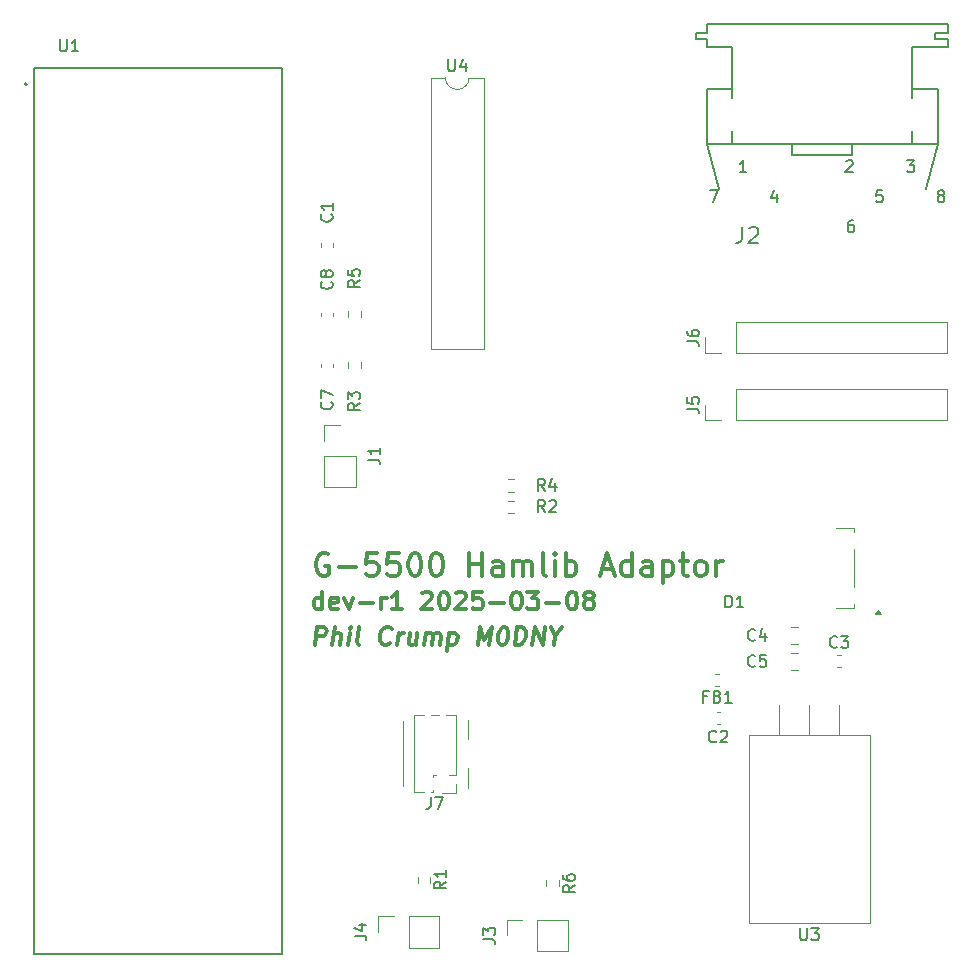
<source format=gbr>
%TF.GenerationSoftware,KiCad,Pcbnew,9.0.0-9.0.0-2~ubuntu24.04.1*%
%TF.CreationDate,2025-03-08T17:31:24+00:00*%
%TF.ProjectId,g5500-net-interface,67353530-302d-46e6-9574-2d696e746572,rev?*%
%TF.SameCoordinates,Original*%
%TF.FileFunction,Legend,Top*%
%TF.FilePolarity,Positive*%
%FSLAX46Y46*%
G04 Gerber Fmt 4.6, Leading zero omitted, Abs format (unit mm)*
G04 Created by KiCad (PCBNEW 9.0.0-9.0.0-2~ubuntu24.04.1) date 2025-03-08 17:31:24*
%MOMM*%
%LPD*%
G01*
G04 APERTURE LIST*
%ADD10C,0.100000*%
%ADD11C,0.300000*%
%ADD12C,0.380000*%
%ADD13C,0.150000*%
%ADD14C,0.120000*%
%ADD15C,0.152400*%
%ADD16C,0.127000*%
%ADD17C,0.200000*%
G04 APERTURE END LIST*
D10*
X73100000Y-97475000D02*
X73100000Y-102950000D01*
X78600000Y-97350000D02*
X78600000Y-99000000D01*
X78600000Y-101450000D02*
X78600000Y-103100000D01*
D11*
X65645582Y-91000828D02*
X65833082Y-89500828D01*
X65833082Y-89500828D02*
X66404510Y-89500828D01*
X66404510Y-89500828D02*
X66538439Y-89572257D01*
X66538439Y-89572257D02*
X66600939Y-89643685D01*
X66600939Y-89643685D02*
X66654510Y-89786542D01*
X66654510Y-89786542D02*
X66627725Y-90000828D01*
X66627725Y-90000828D02*
X66538439Y-90143685D01*
X66538439Y-90143685D02*
X66458082Y-90215114D01*
X66458082Y-90215114D02*
X66306296Y-90286542D01*
X66306296Y-90286542D02*
X65734868Y-90286542D01*
X67145582Y-91000828D02*
X67333082Y-89500828D01*
X67788439Y-91000828D02*
X67886653Y-90215114D01*
X67886653Y-90215114D02*
X67833082Y-90072257D01*
X67833082Y-90072257D02*
X67699153Y-90000828D01*
X67699153Y-90000828D02*
X67484868Y-90000828D01*
X67484868Y-90000828D02*
X67333082Y-90072257D01*
X67333082Y-90072257D02*
X67252725Y-90143685D01*
X68502725Y-91000828D02*
X68627725Y-90000828D01*
X68690225Y-89500828D02*
X68609868Y-89572257D01*
X68609868Y-89572257D02*
X68672368Y-89643685D01*
X68672368Y-89643685D02*
X68752725Y-89572257D01*
X68752725Y-89572257D02*
X68690225Y-89500828D01*
X68690225Y-89500828D02*
X68672368Y-89643685D01*
X69431297Y-91000828D02*
X69297368Y-90929400D01*
X69297368Y-90929400D02*
X69243797Y-90786542D01*
X69243797Y-90786542D02*
X69404511Y-89500828D01*
X72020582Y-90857971D02*
X71940225Y-90929400D01*
X71940225Y-90929400D02*
X71717010Y-91000828D01*
X71717010Y-91000828D02*
X71574153Y-91000828D01*
X71574153Y-91000828D02*
X71368796Y-90929400D01*
X71368796Y-90929400D02*
X71243796Y-90786542D01*
X71243796Y-90786542D02*
X71190225Y-90643685D01*
X71190225Y-90643685D02*
X71154510Y-90357971D01*
X71154510Y-90357971D02*
X71181296Y-90143685D01*
X71181296Y-90143685D02*
X71288439Y-89857971D01*
X71288439Y-89857971D02*
X71377725Y-89715114D01*
X71377725Y-89715114D02*
X71538439Y-89572257D01*
X71538439Y-89572257D02*
X71761653Y-89500828D01*
X71761653Y-89500828D02*
X71904510Y-89500828D01*
X71904510Y-89500828D02*
X72109868Y-89572257D01*
X72109868Y-89572257D02*
X72172368Y-89643685D01*
X72645582Y-91000828D02*
X72770582Y-90000828D01*
X72734868Y-90286542D02*
X72824153Y-90143685D01*
X72824153Y-90143685D02*
X72904510Y-90072257D01*
X72904510Y-90072257D02*
X73056296Y-90000828D01*
X73056296Y-90000828D02*
X73199153Y-90000828D01*
X74342010Y-90000828D02*
X74217010Y-91000828D01*
X73699153Y-90000828D02*
X73600939Y-90786542D01*
X73600939Y-90786542D02*
X73654510Y-90929400D01*
X73654510Y-90929400D02*
X73788439Y-91000828D01*
X73788439Y-91000828D02*
X74002724Y-91000828D01*
X74002724Y-91000828D02*
X74154510Y-90929400D01*
X74154510Y-90929400D02*
X74234867Y-90857971D01*
X74931296Y-91000828D02*
X75056296Y-90000828D01*
X75038439Y-90143685D02*
X75118796Y-90072257D01*
X75118796Y-90072257D02*
X75270582Y-90000828D01*
X75270582Y-90000828D02*
X75484867Y-90000828D01*
X75484867Y-90000828D02*
X75618796Y-90072257D01*
X75618796Y-90072257D02*
X75672367Y-90215114D01*
X75672367Y-90215114D02*
X75574153Y-91000828D01*
X75672367Y-90215114D02*
X75761653Y-90072257D01*
X75761653Y-90072257D02*
X75913439Y-90000828D01*
X75913439Y-90000828D02*
X76127724Y-90000828D01*
X76127724Y-90000828D02*
X76261653Y-90072257D01*
X76261653Y-90072257D02*
X76315224Y-90215114D01*
X76315224Y-90215114D02*
X76217010Y-91000828D01*
X77056296Y-90000828D02*
X76868796Y-91500828D01*
X77047367Y-90072257D02*
X77199153Y-90000828D01*
X77199153Y-90000828D02*
X77484867Y-90000828D01*
X77484867Y-90000828D02*
X77618796Y-90072257D01*
X77618796Y-90072257D02*
X77681296Y-90143685D01*
X77681296Y-90143685D02*
X77734867Y-90286542D01*
X77734867Y-90286542D02*
X77681296Y-90715114D01*
X77681296Y-90715114D02*
X77592010Y-90857971D01*
X77592010Y-90857971D02*
X77511653Y-90929400D01*
X77511653Y-90929400D02*
X77359867Y-91000828D01*
X77359867Y-91000828D02*
X77074153Y-91000828D01*
X77074153Y-91000828D02*
X76940224Y-90929400D01*
X79431296Y-91000828D02*
X79618796Y-89500828D01*
X79618796Y-89500828D02*
X79984867Y-90572257D01*
X79984867Y-90572257D02*
X80618796Y-89500828D01*
X80618796Y-89500828D02*
X80431296Y-91000828D01*
X81618796Y-89500828D02*
X81761653Y-89500828D01*
X81761653Y-89500828D02*
X81895582Y-89572257D01*
X81895582Y-89572257D02*
X81958082Y-89643685D01*
X81958082Y-89643685D02*
X82011653Y-89786542D01*
X82011653Y-89786542D02*
X82047368Y-90072257D01*
X82047368Y-90072257D02*
X82002725Y-90429400D01*
X82002725Y-90429400D02*
X81895582Y-90715114D01*
X81895582Y-90715114D02*
X81806296Y-90857971D01*
X81806296Y-90857971D02*
X81725939Y-90929400D01*
X81725939Y-90929400D02*
X81574153Y-91000828D01*
X81574153Y-91000828D02*
X81431296Y-91000828D01*
X81431296Y-91000828D02*
X81297368Y-90929400D01*
X81297368Y-90929400D02*
X81234868Y-90857971D01*
X81234868Y-90857971D02*
X81181296Y-90715114D01*
X81181296Y-90715114D02*
X81145582Y-90429400D01*
X81145582Y-90429400D02*
X81190225Y-90072257D01*
X81190225Y-90072257D02*
X81297368Y-89786542D01*
X81297368Y-89786542D02*
X81386653Y-89643685D01*
X81386653Y-89643685D02*
X81467010Y-89572257D01*
X81467010Y-89572257D02*
X81618796Y-89500828D01*
X82574153Y-91000828D02*
X82761653Y-89500828D01*
X82761653Y-89500828D02*
X83118796Y-89500828D01*
X83118796Y-89500828D02*
X83324153Y-89572257D01*
X83324153Y-89572257D02*
X83449153Y-89715114D01*
X83449153Y-89715114D02*
X83502724Y-89857971D01*
X83502724Y-89857971D02*
X83538439Y-90143685D01*
X83538439Y-90143685D02*
X83511653Y-90357971D01*
X83511653Y-90357971D02*
X83404510Y-90643685D01*
X83404510Y-90643685D02*
X83315224Y-90786542D01*
X83315224Y-90786542D02*
X83154510Y-90929400D01*
X83154510Y-90929400D02*
X82931296Y-91000828D01*
X82931296Y-91000828D02*
X82574153Y-91000828D01*
X84074153Y-91000828D02*
X84261653Y-89500828D01*
X84261653Y-89500828D02*
X84931296Y-91000828D01*
X84931296Y-91000828D02*
X85118796Y-89500828D01*
X86020582Y-90286542D02*
X85931296Y-91000828D01*
X85618796Y-89500828D02*
X86020582Y-90286542D01*
X86020582Y-90286542D02*
X86618796Y-89500828D01*
X66297368Y-88000828D02*
X66297368Y-86500828D01*
X66297368Y-87929400D02*
X66154510Y-88000828D01*
X66154510Y-88000828D02*
X65868796Y-88000828D01*
X65868796Y-88000828D02*
X65725939Y-87929400D01*
X65725939Y-87929400D02*
X65654510Y-87857971D01*
X65654510Y-87857971D02*
X65583082Y-87715114D01*
X65583082Y-87715114D02*
X65583082Y-87286542D01*
X65583082Y-87286542D02*
X65654510Y-87143685D01*
X65654510Y-87143685D02*
X65725939Y-87072257D01*
X65725939Y-87072257D02*
X65868796Y-87000828D01*
X65868796Y-87000828D02*
X66154510Y-87000828D01*
X66154510Y-87000828D02*
X66297368Y-87072257D01*
X67583082Y-87929400D02*
X67440225Y-88000828D01*
X67440225Y-88000828D02*
X67154511Y-88000828D01*
X67154511Y-88000828D02*
X67011653Y-87929400D01*
X67011653Y-87929400D02*
X66940225Y-87786542D01*
X66940225Y-87786542D02*
X66940225Y-87215114D01*
X66940225Y-87215114D02*
X67011653Y-87072257D01*
X67011653Y-87072257D02*
X67154511Y-87000828D01*
X67154511Y-87000828D02*
X67440225Y-87000828D01*
X67440225Y-87000828D02*
X67583082Y-87072257D01*
X67583082Y-87072257D02*
X67654511Y-87215114D01*
X67654511Y-87215114D02*
X67654511Y-87357971D01*
X67654511Y-87357971D02*
X66940225Y-87500828D01*
X68154510Y-87000828D02*
X68511653Y-88000828D01*
X68511653Y-88000828D02*
X68868796Y-87000828D01*
X69440224Y-87429400D02*
X70583082Y-87429400D01*
X71297367Y-88000828D02*
X71297367Y-87000828D01*
X71297367Y-87286542D02*
X71368796Y-87143685D01*
X71368796Y-87143685D02*
X71440225Y-87072257D01*
X71440225Y-87072257D02*
X71583082Y-87000828D01*
X71583082Y-87000828D02*
X71725939Y-87000828D01*
X73011653Y-88000828D02*
X72154510Y-88000828D01*
X72583081Y-88000828D02*
X72583081Y-86500828D01*
X72583081Y-86500828D02*
X72440224Y-86715114D01*
X72440224Y-86715114D02*
X72297367Y-86857971D01*
X72297367Y-86857971D02*
X72154510Y-86929400D01*
X74725938Y-86643685D02*
X74797366Y-86572257D01*
X74797366Y-86572257D02*
X74940224Y-86500828D01*
X74940224Y-86500828D02*
X75297366Y-86500828D01*
X75297366Y-86500828D02*
X75440224Y-86572257D01*
X75440224Y-86572257D02*
X75511652Y-86643685D01*
X75511652Y-86643685D02*
X75583081Y-86786542D01*
X75583081Y-86786542D02*
X75583081Y-86929400D01*
X75583081Y-86929400D02*
X75511652Y-87143685D01*
X75511652Y-87143685D02*
X74654509Y-88000828D01*
X74654509Y-88000828D02*
X75583081Y-88000828D01*
X76511652Y-86500828D02*
X76654509Y-86500828D01*
X76654509Y-86500828D02*
X76797366Y-86572257D01*
X76797366Y-86572257D02*
X76868795Y-86643685D01*
X76868795Y-86643685D02*
X76940223Y-86786542D01*
X76940223Y-86786542D02*
X77011652Y-87072257D01*
X77011652Y-87072257D02*
X77011652Y-87429400D01*
X77011652Y-87429400D02*
X76940223Y-87715114D01*
X76940223Y-87715114D02*
X76868795Y-87857971D01*
X76868795Y-87857971D02*
X76797366Y-87929400D01*
X76797366Y-87929400D02*
X76654509Y-88000828D01*
X76654509Y-88000828D02*
X76511652Y-88000828D01*
X76511652Y-88000828D02*
X76368795Y-87929400D01*
X76368795Y-87929400D02*
X76297366Y-87857971D01*
X76297366Y-87857971D02*
X76225937Y-87715114D01*
X76225937Y-87715114D02*
X76154509Y-87429400D01*
X76154509Y-87429400D02*
X76154509Y-87072257D01*
X76154509Y-87072257D02*
X76225937Y-86786542D01*
X76225937Y-86786542D02*
X76297366Y-86643685D01*
X76297366Y-86643685D02*
X76368795Y-86572257D01*
X76368795Y-86572257D02*
X76511652Y-86500828D01*
X77583080Y-86643685D02*
X77654508Y-86572257D01*
X77654508Y-86572257D02*
X77797366Y-86500828D01*
X77797366Y-86500828D02*
X78154508Y-86500828D01*
X78154508Y-86500828D02*
X78297366Y-86572257D01*
X78297366Y-86572257D02*
X78368794Y-86643685D01*
X78368794Y-86643685D02*
X78440223Y-86786542D01*
X78440223Y-86786542D02*
X78440223Y-86929400D01*
X78440223Y-86929400D02*
X78368794Y-87143685D01*
X78368794Y-87143685D02*
X77511651Y-88000828D01*
X77511651Y-88000828D02*
X78440223Y-88000828D01*
X79797365Y-86500828D02*
X79083079Y-86500828D01*
X79083079Y-86500828D02*
X79011651Y-87215114D01*
X79011651Y-87215114D02*
X79083079Y-87143685D01*
X79083079Y-87143685D02*
X79225937Y-87072257D01*
X79225937Y-87072257D02*
X79583079Y-87072257D01*
X79583079Y-87072257D02*
X79725937Y-87143685D01*
X79725937Y-87143685D02*
X79797365Y-87215114D01*
X79797365Y-87215114D02*
X79868794Y-87357971D01*
X79868794Y-87357971D02*
X79868794Y-87715114D01*
X79868794Y-87715114D02*
X79797365Y-87857971D01*
X79797365Y-87857971D02*
X79725937Y-87929400D01*
X79725937Y-87929400D02*
X79583079Y-88000828D01*
X79583079Y-88000828D02*
X79225937Y-88000828D01*
X79225937Y-88000828D02*
X79083079Y-87929400D01*
X79083079Y-87929400D02*
X79011651Y-87857971D01*
X80511650Y-87429400D02*
X81654508Y-87429400D01*
X82654508Y-86500828D02*
X82797365Y-86500828D01*
X82797365Y-86500828D02*
X82940222Y-86572257D01*
X82940222Y-86572257D02*
X83011651Y-86643685D01*
X83011651Y-86643685D02*
X83083079Y-86786542D01*
X83083079Y-86786542D02*
X83154508Y-87072257D01*
X83154508Y-87072257D02*
X83154508Y-87429400D01*
X83154508Y-87429400D02*
X83083079Y-87715114D01*
X83083079Y-87715114D02*
X83011651Y-87857971D01*
X83011651Y-87857971D02*
X82940222Y-87929400D01*
X82940222Y-87929400D02*
X82797365Y-88000828D01*
X82797365Y-88000828D02*
X82654508Y-88000828D01*
X82654508Y-88000828D02*
X82511651Y-87929400D01*
X82511651Y-87929400D02*
X82440222Y-87857971D01*
X82440222Y-87857971D02*
X82368793Y-87715114D01*
X82368793Y-87715114D02*
X82297365Y-87429400D01*
X82297365Y-87429400D02*
X82297365Y-87072257D01*
X82297365Y-87072257D02*
X82368793Y-86786542D01*
X82368793Y-86786542D02*
X82440222Y-86643685D01*
X82440222Y-86643685D02*
X82511651Y-86572257D01*
X82511651Y-86572257D02*
X82654508Y-86500828D01*
X83654507Y-86500828D02*
X84583079Y-86500828D01*
X84583079Y-86500828D02*
X84083079Y-87072257D01*
X84083079Y-87072257D02*
X84297364Y-87072257D01*
X84297364Y-87072257D02*
X84440222Y-87143685D01*
X84440222Y-87143685D02*
X84511650Y-87215114D01*
X84511650Y-87215114D02*
X84583079Y-87357971D01*
X84583079Y-87357971D02*
X84583079Y-87715114D01*
X84583079Y-87715114D02*
X84511650Y-87857971D01*
X84511650Y-87857971D02*
X84440222Y-87929400D01*
X84440222Y-87929400D02*
X84297364Y-88000828D01*
X84297364Y-88000828D02*
X83868793Y-88000828D01*
X83868793Y-88000828D02*
X83725936Y-87929400D01*
X83725936Y-87929400D02*
X83654507Y-87857971D01*
X85225935Y-87429400D02*
X86368793Y-87429400D01*
X87368793Y-86500828D02*
X87511650Y-86500828D01*
X87511650Y-86500828D02*
X87654507Y-86572257D01*
X87654507Y-86572257D02*
X87725936Y-86643685D01*
X87725936Y-86643685D02*
X87797364Y-86786542D01*
X87797364Y-86786542D02*
X87868793Y-87072257D01*
X87868793Y-87072257D02*
X87868793Y-87429400D01*
X87868793Y-87429400D02*
X87797364Y-87715114D01*
X87797364Y-87715114D02*
X87725936Y-87857971D01*
X87725936Y-87857971D02*
X87654507Y-87929400D01*
X87654507Y-87929400D02*
X87511650Y-88000828D01*
X87511650Y-88000828D02*
X87368793Y-88000828D01*
X87368793Y-88000828D02*
X87225936Y-87929400D01*
X87225936Y-87929400D02*
X87154507Y-87857971D01*
X87154507Y-87857971D02*
X87083078Y-87715114D01*
X87083078Y-87715114D02*
X87011650Y-87429400D01*
X87011650Y-87429400D02*
X87011650Y-87072257D01*
X87011650Y-87072257D02*
X87083078Y-86786542D01*
X87083078Y-86786542D02*
X87154507Y-86643685D01*
X87154507Y-86643685D02*
X87225936Y-86572257D01*
X87225936Y-86572257D02*
X87368793Y-86500828D01*
X88725935Y-87143685D02*
X88583078Y-87072257D01*
X88583078Y-87072257D02*
X88511649Y-87000828D01*
X88511649Y-87000828D02*
X88440221Y-86857971D01*
X88440221Y-86857971D02*
X88440221Y-86786542D01*
X88440221Y-86786542D02*
X88511649Y-86643685D01*
X88511649Y-86643685D02*
X88583078Y-86572257D01*
X88583078Y-86572257D02*
X88725935Y-86500828D01*
X88725935Y-86500828D02*
X89011649Y-86500828D01*
X89011649Y-86500828D02*
X89154507Y-86572257D01*
X89154507Y-86572257D02*
X89225935Y-86643685D01*
X89225935Y-86643685D02*
X89297364Y-86786542D01*
X89297364Y-86786542D02*
X89297364Y-86857971D01*
X89297364Y-86857971D02*
X89225935Y-87000828D01*
X89225935Y-87000828D02*
X89154507Y-87072257D01*
X89154507Y-87072257D02*
X89011649Y-87143685D01*
X89011649Y-87143685D02*
X88725935Y-87143685D01*
X88725935Y-87143685D02*
X88583078Y-87215114D01*
X88583078Y-87215114D02*
X88511649Y-87286542D01*
X88511649Y-87286542D02*
X88440221Y-87429400D01*
X88440221Y-87429400D02*
X88440221Y-87715114D01*
X88440221Y-87715114D02*
X88511649Y-87857971D01*
X88511649Y-87857971D02*
X88583078Y-87929400D01*
X88583078Y-87929400D02*
X88725935Y-88000828D01*
X88725935Y-88000828D02*
X89011649Y-88000828D01*
X89011649Y-88000828D02*
X89154507Y-87929400D01*
X89154507Y-87929400D02*
X89225935Y-87857971D01*
X89225935Y-87857971D02*
X89297364Y-87715114D01*
X89297364Y-87715114D02*
X89297364Y-87429400D01*
X89297364Y-87429400D02*
X89225935Y-87286542D01*
X89225935Y-87286542D02*
X89154507Y-87215114D01*
X89154507Y-87215114D02*
X89011649Y-87143685D01*
D12*
X66797619Y-83338192D02*
X66616666Y-83247716D01*
X66616666Y-83247716D02*
X66345238Y-83247716D01*
X66345238Y-83247716D02*
X66073809Y-83338192D01*
X66073809Y-83338192D02*
X65892857Y-83519144D01*
X65892857Y-83519144D02*
X65802380Y-83700097D01*
X65802380Y-83700097D02*
X65711904Y-84062001D01*
X65711904Y-84062001D02*
X65711904Y-84333430D01*
X65711904Y-84333430D02*
X65802380Y-84695335D01*
X65802380Y-84695335D02*
X65892857Y-84876287D01*
X65892857Y-84876287D02*
X66073809Y-85057240D01*
X66073809Y-85057240D02*
X66345238Y-85147716D01*
X66345238Y-85147716D02*
X66526190Y-85147716D01*
X66526190Y-85147716D02*
X66797619Y-85057240D01*
X66797619Y-85057240D02*
X66888095Y-84966763D01*
X66888095Y-84966763D02*
X66888095Y-84333430D01*
X66888095Y-84333430D02*
X66526190Y-84333430D01*
X67702380Y-84423906D02*
X69150000Y-84423906D01*
X70959523Y-83247716D02*
X70054761Y-83247716D01*
X70054761Y-83247716D02*
X69964285Y-84152478D01*
X69964285Y-84152478D02*
X70054761Y-84062001D01*
X70054761Y-84062001D02*
X70235714Y-83971525D01*
X70235714Y-83971525D02*
X70688095Y-83971525D01*
X70688095Y-83971525D02*
X70869047Y-84062001D01*
X70869047Y-84062001D02*
X70959523Y-84152478D01*
X70959523Y-84152478D02*
X71050000Y-84333430D01*
X71050000Y-84333430D02*
X71050000Y-84785811D01*
X71050000Y-84785811D02*
X70959523Y-84966763D01*
X70959523Y-84966763D02*
X70869047Y-85057240D01*
X70869047Y-85057240D02*
X70688095Y-85147716D01*
X70688095Y-85147716D02*
X70235714Y-85147716D01*
X70235714Y-85147716D02*
X70054761Y-85057240D01*
X70054761Y-85057240D02*
X69964285Y-84966763D01*
X72769047Y-83247716D02*
X71864285Y-83247716D01*
X71864285Y-83247716D02*
X71773809Y-84152478D01*
X71773809Y-84152478D02*
X71864285Y-84062001D01*
X71864285Y-84062001D02*
X72045238Y-83971525D01*
X72045238Y-83971525D02*
X72497619Y-83971525D01*
X72497619Y-83971525D02*
X72678571Y-84062001D01*
X72678571Y-84062001D02*
X72769047Y-84152478D01*
X72769047Y-84152478D02*
X72859524Y-84333430D01*
X72859524Y-84333430D02*
X72859524Y-84785811D01*
X72859524Y-84785811D02*
X72769047Y-84966763D01*
X72769047Y-84966763D02*
X72678571Y-85057240D01*
X72678571Y-85057240D02*
X72497619Y-85147716D01*
X72497619Y-85147716D02*
X72045238Y-85147716D01*
X72045238Y-85147716D02*
X71864285Y-85057240D01*
X71864285Y-85057240D02*
X71773809Y-84966763D01*
X74035714Y-83247716D02*
X74216667Y-83247716D01*
X74216667Y-83247716D02*
X74397619Y-83338192D01*
X74397619Y-83338192D02*
X74488095Y-83428668D01*
X74488095Y-83428668D02*
X74578571Y-83609620D01*
X74578571Y-83609620D02*
X74669048Y-83971525D01*
X74669048Y-83971525D02*
X74669048Y-84423906D01*
X74669048Y-84423906D02*
X74578571Y-84785811D01*
X74578571Y-84785811D02*
X74488095Y-84966763D01*
X74488095Y-84966763D02*
X74397619Y-85057240D01*
X74397619Y-85057240D02*
X74216667Y-85147716D01*
X74216667Y-85147716D02*
X74035714Y-85147716D01*
X74035714Y-85147716D02*
X73854762Y-85057240D01*
X73854762Y-85057240D02*
X73764286Y-84966763D01*
X73764286Y-84966763D02*
X73673809Y-84785811D01*
X73673809Y-84785811D02*
X73583333Y-84423906D01*
X73583333Y-84423906D02*
X73583333Y-83971525D01*
X73583333Y-83971525D02*
X73673809Y-83609620D01*
X73673809Y-83609620D02*
X73764286Y-83428668D01*
X73764286Y-83428668D02*
X73854762Y-83338192D01*
X73854762Y-83338192D02*
X74035714Y-83247716D01*
X75845238Y-83247716D02*
X76026191Y-83247716D01*
X76026191Y-83247716D02*
X76207143Y-83338192D01*
X76207143Y-83338192D02*
X76297619Y-83428668D01*
X76297619Y-83428668D02*
X76388095Y-83609620D01*
X76388095Y-83609620D02*
X76478572Y-83971525D01*
X76478572Y-83971525D02*
X76478572Y-84423906D01*
X76478572Y-84423906D02*
X76388095Y-84785811D01*
X76388095Y-84785811D02*
X76297619Y-84966763D01*
X76297619Y-84966763D02*
X76207143Y-85057240D01*
X76207143Y-85057240D02*
X76026191Y-85147716D01*
X76026191Y-85147716D02*
X75845238Y-85147716D01*
X75845238Y-85147716D02*
X75664286Y-85057240D01*
X75664286Y-85057240D02*
X75573810Y-84966763D01*
X75573810Y-84966763D02*
X75483333Y-84785811D01*
X75483333Y-84785811D02*
X75392857Y-84423906D01*
X75392857Y-84423906D02*
X75392857Y-83971525D01*
X75392857Y-83971525D02*
X75483333Y-83609620D01*
X75483333Y-83609620D02*
X75573810Y-83428668D01*
X75573810Y-83428668D02*
X75664286Y-83338192D01*
X75664286Y-83338192D02*
X75845238Y-83247716D01*
X78740476Y-85147716D02*
X78740476Y-83247716D01*
X78740476Y-84152478D02*
X79826191Y-84152478D01*
X79826191Y-85147716D02*
X79826191Y-83247716D01*
X81545238Y-85147716D02*
X81545238Y-84152478D01*
X81545238Y-84152478D02*
X81454762Y-83971525D01*
X81454762Y-83971525D02*
X81273810Y-83881049D01*
X81273810Y-83881049D02*
X80911905Y-83881049D01*
X80911905Y-83881049D02*
X80730952Y-83971525D01*
X81545238Y-85057240D02*
X81364286Y-85147716D01*
X81364286Y-85147716D02*
X80911905Y-85147716D01*
X80911905Y-85147716D02*
X80730952Y-85057240D01*
X80730952Y-85057240D02*
X80640476Y-84876287D01*
X80640476Y-84876287D02*
X80640476Y-84695335D01*
X80640476Y-84695335D02*
X80730952Y-84514382D01*
X80730952Y-84514382D02*
X80911905Y-84423906D01*
X80911905Y-84423906D02*
X81364286Y-84423906D01*
X81364286Y-84423906D02*
X81545238Y-84333430D01*
X82450000Y-85147716D02*
X82450000Y-83881049D01*
X82450000Y-84062001D02*
X82540477Y-83971525D01*
X82540477Y-83971525D02*
X82721429Y-83881049D01*
X82721429Y-83881049D02*
X82992858Y-83881049D01*
X82992858Y-83881049D02*
X83173810Y-83971525D01*
X83173810Y-83971525D02*
X83264286Y-84152478D01*
X83264286Y-84152478D02*
X83264286Y-85147716D01*
X83264286Y-84152478D02*
X83354762Y-83971525D01*
X83354762Y-83971525D02*
X83535715Y-83881049D01*
X83535715Y-83881049D02*
X83807143Y-83881049D01*
X83807143Y-83881049D02*
X83988096Y-83971525D01*
X83988096Y-83971525D02*
X84078572Y-84152478D01*
X84078572Y-84152478D02*
X84078572Y-85147716D01*
X85254762Y-85147716D02*
X85073810Y-85057240D01*
X85073810Y-85057240D02*
X84983333Y-84876287D01*
X84983333Y-84876287D02*
X84983333Y-83247716D01*
X85978571Y-85147716D02*
X85978571Y-83881049D01*
X85978571Y-83247716D02*
X85888095Y-83338192D01*
X85888095Y-83338192D02*
X85978571Y-83428668D01*
X85978571Y-83428668D02*
X86069048Y-83338192D01*
X86069048Y-83338192D02*
X85978571Y-83247716D01*
X85978571Y-83247716D02*
X85978571Y-83428668D01*
X86883333Y-85147716D02*
X86883333Y-83247716D01*
X86883333Y-83971525D02*
X87064286Y-83881049D01*
X87064286Y-83881049D02*
X87426191Y-83881049D01*
X87426191Y-83881049D02*
X87607143Y-83971525D01*
X87607143Y-83971525D02*
X87697619Y-84062001D01*
X87697619Y-84062001D02*
X87788095Y-84242954D01*
X87788095Y-84242954D02*
X87788095Y-84785811D01*
X87788095Y-84785811D02*
X87697619Y-84966763D01*
X87697619Y-84966763D02*
X87607143Y-85057240D01*
X87607143Y-85057240D02*
X87426191Y-85147716D01*
X87426191Y-85147716D02*
X87064286Y-85147716D01*
X87064286Y-85147716D02*
X86883333Y-85057240D01*
X89959524Y-84604859D02*
X90864286Y-84604859D01*
X89778572Y-85147716D02*
X90411905Y-83247716D01*
X90411905Y-83247716D02*
X91045239Y-85147716D01*
X92492857Y-85147716D02*
X92492857Y-83247716D01*
X92492857Y-85057240D02*
X92311905Y-85147716D01*
X92311905Y-85147716D02*
X91950000Y-85147716D01*
X91950000Y-85147716D02*
X91769048Y-85057240D01*
X91769048Y-85057240D02*
X91678571Y-84966763D01*
X91678571Y-84966763D02*
X91588095Y-84785811D01*
X91588095Y-84785811D02*
X91588095Y-84242954D01*
X91588095Y-84242954D02*
X91678571Y-84062001D01*
X91678571Y-84062001D02*
X91769048Y-83971525D01*
X91769048Y-83971525D02*
X91950000Y-83881049D01*
X91950000Y-83881049D02*
X92311905Y-83881049D01*
X92311905Y-83881049D02*
X92492857Y-83971525D01*
X94211905Y-85147716D02*
X94211905Y-84152478D01*
X94211905Y-84152478D02*
X94121429Y-83971525D01*
X94121429Y-83971525D02*
X93940477Y-83881049D01*
X93940477Y-83881049D02*
X93578572Y-83881049D01*
X93578572Y-83881049D02*
X93397619Y-83971525D01*
X94211905Y-85057240D02*
X94030953Y-85147716D01*
X94030953Y-85147716D02*
X93578572Y-85147716D01*
X93578572Y-85147716D02*
X93397619Y-85057240D01*
X93397619Y-85057240D02*
X93307143Y-84876287D01*
X93307143Y-84876287D02*
X93307143Y-84695335D01*
X93307143Y-84695335D02*
X93397619Y-84514382D01*
X93397619Y-84514382D02*
X93578572Y-84423906D01*
X93578572Y-84423906D02*
X94030953Y-84423906D01*
X94030953Y-84423906D02*
X94211905Y-84333430D01*
X95116667Y-83881049D02*
X95116667Y-85781049D01*
X95116667Y-83971525D02*
X95297620Y-83881049D01*
X95297620Y-83881049D02*
X95659525Y-83881049D01*
X95659525Y-83881049D02*
X95840477Y-83971525D01*
X95840477Y-83971525D02*
X95930953Y-84062001D01*
X95930953Y-84062001D02*
X96021429Y-84242954D01*
X96021429Y-84242954D02*
X96021429Y-84785811D01*
X96021429Y-84785811D02*
X95930953Y-84966763D01*
X95930953Y-84966763D02*
X95840477Y-85057240D01*
X95840477Y-85057240D02*
X95659525Y-85147716D01*
X95659525Y-85147716D02*
X95297620Y-85147716D01*
X95297620Y-85147716D02*
X95116667Y-85057240D01*
X96564287Y-83881049D02*
X97288096Y-83881049D01*
X96835715Y-83247716D02*
X96835715Y-84876287D01*
X96835715Y-84876287D02*
X96926192Y-85057240D01*
X96926192Y-85057240D02*
X97107144Y-85147716D01*
X97107144Y-85147716D02*
X97288096Y-85147716D01*
X98192858Y-85147716D02*
X98011906Y-85057240D01*
X98011906Y-85057240D02*
X97921429Y-84966763D01*
X97921429Y-84966763D02*
X97830953Y-84785811D01*
X97830953Y-84785811D02*
X97830953Y-84242954D01*
X97830953Y-84242954D02*
X97921429Y-84062001D01*
X97921429Y-84062001D02*
X98011906Y-83971525D01*
X98011906Y-83971525D02*
X98192858Y-83881049D01*
X98192858Y-83881049D02*
X98464287Y-83881049D01*
X98464287Y-83881049D02*
X98645239Y-83971525D01*
X98645239Y-83971525D02*
X98735715Y-84062001D01*
X98735715Y-84062001D02*
X98826191Y-84242954D01*
X98826191Y-84242954D02*
X98826191Y-84785811D01*
X98826191Y-84785811D02*
X98735715Y-84966763D01*
X98735715Y-84966763D02*
X98645239Y-85057240D01*
X98645239Y-85057240D02*
X98464287Y-85147716D01*
X98464287Y-85147716D02*
X98192858Y-85147716D01*
X99640477Y-85147716D02*
X99640477Y-83881049D01*
X99640477Y-84242954D02*
X99730954Y-84062001D01*
X99730954Y-84062001D02*
X99821430Y-83971525D01*
X99821430Y-83971525D02*
X100002382Y-83881049D01*
X100002382Y-83881049D02*
X100183335Y-83881049D01*
D13*
X87659819Y-111354166D02*
X87183628Y-111687499D01*
X87659819Y-111925594D02*
X86659819Y-111925594D01*
X86659819Y-111925594D02*
X86659819Y-111544642D01*
X86659819Y-111544642D02*
X86707438Y-111449404D01*
X86707438Y-111449404D02*
X86755057Y-111401785D01*
X86755057Y-111401785D02*
X86850295Y-111354166D01*
X86850295Y-111354166D02*
X86993152Y-111354166D01*
X86993152Y-111354166D02*
X87088390Y-111401785D01*
X87088390Y-111401785D02*
X87136009Y-111449404D01*
X87136009Y-111449404D02*
X87183628Y-111544642D01*
X87183628Y-111544642D02*
X87183628Y-111925594D01*
X86659819Y-110497023D02*
X86659819Y-110687499D01*
X86659819Y-110687499D02*
X86707438Y-110782737D01*
X86707438Y-110782737D02*
X86755057Y-110830356D01*
X86755057Y-110830356D02*
X86897914Y-110925594D01*
X86897914Y-110925594D02*
X87088390Y-110973213D01*
X87088390Y-110973213D02*
X87469342Y-110973213D01*
X87469342Y-110973213D02*
X87564580Y-110925594D01*
X87564580Y-110925594D02*
X87612200Y-110877975D01*
X87612200Y-110877975D02*
X87659819Y-110782737D01*
X87659819Y-110782737D02*
X87659819Y-110592261D01*
X87659819Y-110592261D02*
X87612200Y-110497023D01*
X87612200Y-110497023D02*
X87564580Y-110449404D01*
X87564580Y-110449404D02*
X87469342Y-110401785D01*
X87469342Y-110401785D02*
X87231247Y-110401785D01*
X87231247Y-110401785D02*
X87136009Y-110449404D01*
X87136009Y-110449404D02*
X87088390Y-110497023D01*
X87088390Y-110497023D02*
X87040771Y-110592261D01*
X87040771Y-110592261D02*
X87040771Y-110782737D01*
X87040771Y-110782737D02*
X87088390Y-110877975D01*
X87088390Y-110877975D02*
X87136009Y-110925594D01*
X87136009Y-110925594D02*
X87231247Y-110973213D01*
X76759819Y-111054166D02*
X76283628Y-111387499D01*
X76759819Y-111625594D02*
X75759819Y-111625594D01*
X75759819Y-111625594D02*
X75759819Y-111244642D01*
X75759819Y-111244642D02*
X75807438Y-111149404D01*
X75807438Y-111149404D02*
X75855057Y-111101785D01*
X75855057Y-111101785D02*
X75950295Y-111054166D01*
X75950295Y-111054166D02*
X76093152Y-111054166D01*
X76093152Y-111054166D02*
X76188390Y-111101785D01*
X76188390Y-111101785D02*
X76236009Y-111149404D01*
X76236009Y-111149404D02*
X76283628Y-111244642D01*
X76283628Y-111244642D02*
X76283628Y-111625594D01*
X76759819Y-110101785D02*
X76759819Y-110673213D01*
X76759819Y-110387499D02*
X75759819Y-110387499D01*
X75759819Y-110387499D02*
X75902676Y-110482737D01*
X75902676Y-110482737D02*
X75997914Y-110577975D01*
X75997914Y-110577975D02*
X76045533Y-110673213D01*
X97174819Y-65303333D02*
X97889104Y-65303333D01*
X97889104Y-65303333D02*
X98031961Y-65350952D01*
X98031961Y-65350952D02*
X98127200Y-65446190D01*
X98127200Y-65446190D02*
X98174819Y-65589047D01*
X98174819Y-65589047D02*
X98174819Y-65684285D01*
X97174819Y-64398571D02*
X97174819Y-64589047D01*
X97174819Y-64589047D02*
X97222438Y-64684285D01*
X97222438Y-64684285D02*
X97270057Y-64731904D01*
X97270057Y-64731904D02*
X97412914Y-64827142D01*
X97412914Y-64827142D02*
X97603390Y-64874761D01*
X97603390Y-64874761D02*
X97984342Y-64874761D01*
X97984342Y-64874761D02*
X98079580Y-64827142D01*
X98079580Y-64827142D02*
X98127200Y-64779523D01*
X98127200Y-64779523D02*
X98174819Y-64684285D01*
X98174819Y-64684285D02*
X98174819Y-64493809D01*
X98174819Y-64493809D02*
X98127200Y-64398571D01*
X98127200Y-64398571D02*
X98079580Y-64350952D01*
X98079580Y-64350952D02*
X97984342Y-64303333D01*
X97984342Y-64303333D02*
X97746247Y-64303333D01*
X97746247Y-64303333D02*
X97651009Y-64350952D01*
X97651009Y-64350952D02*
X97603390Y-64398571D01*
X97603390Y-64398571D02*
X97555771Y-64493809D01*
X97555771Y-64493809D02*
X97555771Y-64684285D01*
X97555771Y-64684285D02*
X97603390Y-64779523D01*
X97603390Y-64779523D02*
X97651009Y-64827142D01*
X97651009Y-64827142D02*
X97746247Y-64874761D01*
X97174819Y-71003333D02*
X97889104Y-71003333D01*
X97889104Y-71003333D02*
X98031961Y-71050952D01*
X98031961Y-71050952D02*
X98127200Y-71146190D01*
X98127200Y-71146190D02*
X98174819Y-71289047D01*
X98174819Y-71289047D02*
X98174819Y-71384285D01*
X97174819Y-70050952D02*
X97174819Y-70527142D01*
X97174819Y-70527142D02*
X97651009Y-70574761D01*
X97651009Y-70574761D02*
X97603390Y-70527142D01*
X97603390Y-70527142D02*
X97555771Y-70431904D01*
X97555771Y-70431904D02*
X97555771Y-70193809D01*
X97555771Y-70193809D02*
X97603390Y-70098571D01*
X97603390Y-70098571D02*
X97651009Y-70050952D01*
X97651009Y-70050952D02*
X97746247Y-70003333D01*
X97746247Y-70003333D02*
X97984342Y-70003333D01*
X97984342Y-70003333D02*
X98079580Y-70050952D01*
X98079580Y-70050952D02*
X98127200Y-70098571D01*
X98127200Y-70098571D02*
X98174819Y-70193809D01*
X98174819Y-70193809D02*
X98174819Y-70431904D01*
X98174819Y-70431904D02*
X98127200Y-70527142D01*
X98127200Y-70527142D02*
X98079580Y-70574761D01*
X106738095Y-115004819D02*
X106738095Y-115814342D01*
X106738095Y-115814342D02*
X106785714Y-115909580D01*
X106785714Y-115909580D02*
X106833333Y-115957200D01*
X106833333Y-115957200D02*
X106928571Y-116004819D01*
X106928571Y-116004819D02*
X107119047Y-116004819D01*
X107119047Y-116004819D02*
X107214285Y-115957200D01*
X107214285Y-115957200D02*
X107261904Y-115909580D01*
X107261904Y-115909580D02*
X107309523Y-115814342D01*
X107309523Y-115814342D02*
X107309523Y-115004819D01*
X107690476Y-115004819D02*
X108309523Y-115004819D01*
X108309523Y-115004819D02*
X107976190Y-115385771D01*
X107976190Y-115385771D02*
X108119047Y-115385771D01*
X108119047Y-115385771D02*
X108214285Y-115433390D01*
X108214285Y-115433390D02*
X108261904Y-115481009D01*
X108261904Y-115481009D02*
X108309523Y-115576247D01*
X108309523Y-115576247D02*
X108309523Y-115814342D01*
X108309523Y-115814342D02*
X108261904Y-115909580D01*
X108261904Y-115909580D02*
X108214285Y-115957200D01*
X108214285Y-115957200D02*
X108119047Y-116004819D01*
X108119047Y-116004819D02*
X107833333Y-116004819D01*
X107833333Y-116004819D02*
X107738095Y-115957200D01*
X107738095Y-115957200D02*
X107690476Y-115909580D01*
X101813333Y-55596866D02*
X101813333Y-56596866D01*
X101813333Y-56596866D02*
X101746666Y-56796866D01*
X101746666Y-56796866D02*
X101613333Y-56930200D01*
X101613333Y-56930200D02*
X101413333Y-56996866D01*
X101413333Y-56996866D02*
X101280000Y-56996866D01*
X102413333Y-55730200D02*
X102480000Y-55663533D01*
X102480000Y-55663533D02*
X102613333Y-55596866D01*
X102613333Y-55596866D02*
X102946667Y-55596866D01*
X102946667Y-55596866D02*
X103080000Y-55663533D01*
X103080000Y-55663533D02*
X103146667Y-55730200D01*
X103146667Y-55730200D02*
X103213333Y-55863533D01*
X103213333Y-55863533D02*
X103213333Y-55996866D01*
X103213333Y-55996866D02*
X103146667Y-56196866D01*
X103146667Y-56196866D02*
X102346667Y-56996866D01*
X102346667Y-56996866D02*
X103213333Y-56996866D01*
X110630286Y-50065057D02*
X110677905Y-50017438D01*
X110677905Y-50017438D02*
X110773143Y-49969819D01*
X110773143Y-49969819D02*
X111011238Y-49969819D01*
X111011238Y-49969819D02*
X111106476Y-50017438D01*
X111106476Y-50017438D02*
X111154095Y-50065057D01*
X111154095Y-50065057D02*
X111201714Y-50160295D01*
X111201714Y-50160295D02*
X111201714Y-50255533D01*
X111201714Y-50255533D02*
X111154095Y-50398390D01*
X111154095Y-50398390D02*
X110582667Y-50969819D01*
X110582667Y-50969819D02*
X111201714Y-50969819D01*
X118567762Y-52938390D02*
X118472524Y-52890771D01*
X118472524Y-52890771D02*
X118424905Y-52843152D01*
X118424905Y-52843152D02*
X118377286Y-52747914D01*
X118377286Y-52747914D02*
X118377286Y-52700295D01*
X118377286Y-52700295D02*
X118424905Y-52605057D01*
X118424905Y-52605057D02*
X118472524Y-52557438D01*
X118472524Y-52557438D02*
X118567762Y-52509819D01*
X118567762Y-52509819D02*
X118758238Y-52509819D01*
X118758238Y-52509819D02*
X118853476Y-52557438D01*
X118853476Y-52557438D02*
X118901095Y-52605057D01*
X118901095Y-52605057D02*
X118948714Y-52700295D01*
X118948714Y-52700295D02*
X118948714Y-52747914D01*
X118948714Y-52747914D02*
X118901095Y-52843152D01*
X118901095Y-52843152D02*
X118853476Y-52890771D01*
X118853476Y-52890771D02*
X118758238Y-52938390D01*
X118758238Y-52938390D02*
X118567762Y-52938390D01*
X118567762Y-52938390D02*
X118472524Y-52986009D01*
X118472524Y-52986009D02*
X118424905Y-53033628D01*
X118424905Y-53033628D02*
X118377286Y-53128866D01*
X118377286Y-53128866D02*
X118377286Y-53319342D01*
X118377286Y-53319342D02*
X118424905Y-53414580D01*
X118424905Y-53414580D02*
X118472524Y-53462200D01*
X118472524Y-53462200D02*
X118567762Y-53509819D01*
X118567762Y-53509819D02*
X118758238Y-53509819D01*
X118758238Y-53509819D02*
X118853476Y-53462200D01*
X118853476Y-53462200D02*
X118901095Y-53414580D01*
X118901095Y-53414580D02*
X118948714Y-53319342D01*
X118948714Y-53319342D02*
X118948714Y-53128866D01*
X118948714Y-53128866D02*
X118901095Y-53033628D01*
X118901095Y-53033628D02*
X118853476Y-52986009D01*
X118853476Y-52986009D02*
X118758238Y-52938390D01*
X102184714Y-50969819D02*
X101613286Y-50969819D01*
X101899000Y-50969819D02*
X101899000Y-49969819D01*
X101899000Y-49969819D02*
X101803762Y-50112676D01*
X101803762Y-50112676D02*
X101708524Y-50207914D01*
X101708524Y-50207914D02*
X101613286Y-50255533D01*
X115789667Y-49969819D02*
X116408714Y-49969819D01*
X116408714Y-49969819D02*
X116075381Y-50350771D01*
X116075381Y-50350771D02*
X116218238Y-50350771D01*
X116218238Y-50350771D02*
X116313476Y-50398390D01*
X116313476Y-50398390D02*
X116361095Y-50446009D01*
X116361095Y-50446009D02*
X116408714Y-50541247D01*
X116408714Y-50541247D02*
X116408714Y-50779342D01*
X116408714Y-50779342D02*
X116361095Y-50874580D01*
X116361095Y-50874580D02*
X116313476Y-50922200D01*
X116313476Y-50922200D02*
X116218238Y-50969819D01*
X116218238Y-50969819D02*
X115932524Y-50969819D01*
X115932524Y-50969819D02*
X115837286Y-50922200D01*
X115837286Y-50922200D02*
X115789667Y-50874580D01*
X113694095Y-52509819D02*
X113217905Y-52509819D01*
X113217905Y-52509819D02*
X113170286Y-52986009D01*
X113170286Y-52986009D02*
X113217905Y-52938390D01*
X113217905Y-52938390D02*
X113313143Y-52890771D01*
X113313143Y-52890771D02*
X113551238Y-52890771D01*
X113551238Y-52890771D02*
X113646476Y-52938390D01*
X113646476Y-52938390D02*
X113694095Y-52986009D01*
X113694095Y-52986009D02*
X113741714Y-53081247D01*
X113741714Y-53081247D02*
X113741714Y-53319342D01*
X113741714Y-53319342D02*
X113694095Y-53414580D01*
X113694095Y-53414580D02*
X113646476Y-53462200D01*
X113646476Y-53462200D02*
X113551238Y-53509819D01*
X113551238Y-53509819D02*
X113313143Y-53509819D01*
X113313143Y-53509819D02*
X113217905Y-53462200D01*
X113217905Y-53462200D02*
X113170286Y-53414580D01*
X99152667Y-52509819D02*
X99819333Y-52509819D01*
X99819333Y-52509819D02*
X99390762Y-53509819D01*
X111233476Y-55049819D02*
X111043000Y-55049819D01*
X111043000Y-55049819D02*
X110947762Y-55097438D01*
X110947762Y-55097438D02*
X110900143Y-55145057D01*
X110900143Y-55145057D02*
X110804905Y-55287914D01*
X110804905Y-55287914D02*
X110757286Y-55478390D01*
X110757286Y-55478390D02*
X110757286Y-55859342D01*
X110757286Y-55859342D02*
X110804905Y-55954580D01*
X110804905Y-55954580D02*
X110852524Y-56002200D01*
X110852524Y-56002200D02*
X110947762Y-56049819D01*
X110947762Y-56049819D02*
X111138238Y-56049819D01*
X111138238Y-56049819D02*
X111233476Y-56002200D01*
X111233476Y-56002200D02*
X111281095Y-55954580D01*
X111281095Y-55954580D02*
X111328714Y-55859342D01*
X111328714Y-55859342D02*
X111328714Y-55621247D01*
X111328714Y-55621247D02*
X111281095Y-55526009D01*
X111281095Y-55526009D02*
X111233476Y-55478390D01*
X111233476Y-55478390D02*
X111138238Y-55430771D01*
X111138238Y-55430771D02*
X110947762Y-55430771D01*
X110947762Y-55430771D02*
X110852524Y-55478390D01*
X110852524Y-55478390D02*
X110804905Y-55526009D01*
X110804905Y-55526009D02*
X110757286Y-55621247D01*
X104756476Y-52843152D02*
X104756476Y-53509819D01*
X104518381Y-52462200D02*
X104280286Y-53176485D01*
X104280286Y-53176485D02*
X104899333Y-53176485D01*
X76948095Y-41424819D02*
X76948095Y-42234342D01*
X76948095Y-42234342D02*
X76995714Y-42329580D01*
X76995714Y-42329580D02*
X77043333Y-42377200D01*
X77043333Y-42377200D02*
X77138571Y-42424819D01*
X77138571Y-42424819D02*
X77329047Y-42424819D01*
X77329047Y-42424819D02*
X77424285Y-42377200D01*
X77424285Y-42377200D02*
X77471904Y-42329580D01*
X77471904Y-42329580D02*
X77519523Y-42234342D01*
X77519523Y-42234342D02*
X77519523Y-41424819D01*
X78424285Y-41758152D02*
X78424285Y-42424819D01*
X78186190Y-41377200D02*
X77948095Y-42091485D01*
X77948095Y-42091485D02*
X78567142Y-42091485D01*
X44073205Y-39739819D02*
X44073205Y-40549342D01*
X44073205Y-40549342D02*
X44120824Y-40644580D01*
X44120824Y-40644580D02*
X44168443Y-40692200D01*
X44168443Y-40692200D02*
X44263681Y-40739819D01*
X44263681Y-40739819D02*
X44454157Y-40739819D01*
X44454157Y-40739819D02*
X44549395Y-40692200D01*
X44549395Y-40692200D02*
X44597014Y-40644580D01*
X44597014Y-40644580D02*
X44644633Y-40549342D01*
X44644633Y-40549342D02*
X44644633Y-39739819D01*
X45644633Y-40739819D02*
X45073205Y-40739819D01*
X45358919Y-40739819D02*
X45358919Y-39739819D01*
X45358919Y-39739819D02*
X45263681Y-39882676D01*
X45263681Y-39882676D02*
X45168443Y-39977914D01*
X45168443Y-39977914D02*
X45073205Y-40025533D01*
X69454819Y-60141666D02*
X68978628Y-60474999D01*
X69454819Y-60713094D02*
X68454819Y-60713094D01*
X68454819Y-60713094D02*
X68454819Y-60332142D01*
X68454819Y-60332142D02*
X68502438Y-60236904D01*
X68502438Y-60236904D02*
X68550057Y-60189285D01*
X68550057Y-60189285D02*
X68645295Y-60141666D01*
X68645295Y-60141666D02*
X68788152Y-60141666D01*
X68788152Y-60141666D02*
X68883390Y-60189285D01*
X68883390Y-60189285D02*
X68931009Y-60236904D01*
X68931009Y-60236904D02*
X68978628Y-60332142D01*
X68978628Y-60332142D02*
X68978628Y-60713094D01*
X68454819Y-59236904D02*
X68454819Y-59713094D01*
X68454819Y-59713094D02*
X68931009Y-59760713D01*
X68931009Y-59760713D02*
X68883390Y-59713094D01*
X68883390Y-59713094D02*
X68835771Y-59617856D01*
X68835771Y-59617856D02*
X68835771Y-59379761D01*
X68835771Y-59379761D02*
X68883390Y-59284523D01*
X68883390Y-59284523D02*
X68931009Y-59236904D01*
X68931009Y-59236904D02*
X69026247Y-59189285D01*
X69026247Y-59189285D02*
X69264342Y-59189285D01*
X69264342Y-59189285D02*
X69359580Y-59236904D01*
X69359580Y-59236904D02*
X69407200Y-59284523D01*
X69407200Y-59284523D02*
X69454819Y-59379761D01*
X69454819Y-59379761D02*
X69454819Y-59617856D01*
X69454819Y-59617856D02*
X69407200Y-59713094D01*
X69407200Y-59713094D02*
X69359580Y-59760713D01*
X85133333Y-77954819D02*
X84800000Y-77478628D01*
X84561905Y-77954819D02*
X84561905Y-76954819D01*
X84561905Y-76954819D02*
X84942857Y-76954819D01*
X84942857Y-76954819D02*
X85038095Y-77002438D01*
X85038095Y-77002438D02*
X85085714Y-77050057D01*
X85085714Y-77050057D02*
X85133333Y-77145295D01*
X85133333Y-77145295D02*
X85133333Y-77288152D01*
X85133333Y-77288152D02*
X85085714Y-77383390D01*
X85085714Y-77383390D02*
X85038095Y-77431009D01*
X85038095Y-77431009D02*
X84942857Y-77478628D01*
X84942857Y-77478628D02*
X84561905Y-77478628D01*
X85990476Y-77288152D02*
X85990476Y-77954819D01*
X85752381Y-76907200D02*
X85514286Y-77621485D01*
X85514286Y-77621485D02*
X86133333Y-77621485D01*
X69454819Y-70541666D02*
X68978628Y-70874999D01*
X69454819Y-71113094D02*
X68454819Y-71113094D01*
X68454819Y-71113094D02*
X68454819Y-70732142D01*
X68454819Y-70732142D02*
X68502438Y-70636904D01*
X68502438Y-70636904D02*
X68550057Y-70589285D01*
X68550057Y-70589285D02*
X68645295Y-70541666D01*
X68645295Y-70541666D02*
X68788152Y-70541666D01*
X68788152Y-70541666D02*
X68883390Y-70589285D01*
X68883390Y-70589285D02*
X68931009Y-70636904D01*
X68931009Y-70636904D02*
X68978628Y-70732142D01*
X68978628Y-70732142D02*
X68978628Y-71113094D01*
X68454819Y-70208332D02*
X68454819Y-69589285D01*
X68454819Y-69589285D02*
X68835771Y-69922618D01*
X68835771Y-69922618D02*
X68835771Y-69779761D01*
X68835771Y-69779761D02*
X68883390Y-69684523D01*
X68883390Y-69684523D02*
X68931009Y-69636904D01*
X68931009Y-69636904D02*
X69026247Y-69589285D01*
X69026247Y-69589285D02*
X69264342Y-69589285D01*
X69264342Y-69589285D02*
X69359580Y-69636904D01*
X69359580Y-69636904D02*
X69407200Y-69684523D01*
X69407200Y-69684523D02*
X69454819Y-69779761D01*
X69454819Y-69779761D02*
X69454819Y-70065475D01*
X69454819Y-70065475D02*
X69407200Y-70160713D01*
X69407200Y-70160713D02*
X69359580Y-70208332D01*
X85133333Y-79754819D02*
X84800000Y-79278628D01*
X84561905Y-79754819D02*
X84561905Y-78754819D01*
X84561905Y-78754819D02*
X84942857Y-78754819D01*
X84942857Y-78754819D02*
X85038095Y-78802438D01*
X85038095Y-78802438D02*
X85085714Y-78850057D01*
X85085714Y-78850057D02*
X85133333Y-78945295D01*
X85133333Y-78945295D02*
X85133333Y-79088152D01*
X85133333Y-79088152D02*
X85085714Y-79183390D01*
X85085714Y-79183390D02*
X85038095Y-79231009D01*
X85038095Y-79231009D02*
X84942857Y-79278628D01*
X84942857Y-79278628D02*
X84561905Y-79278628D01*
X85514286Y-78850057D02*
X85561905Y-78802438D01*
X85561905Y-78802438D02*
X85657143Y-78754819D01*
X85657143Y-78754819D02*
X85895238Y-78754819D01*
X85895238Y-78754819D02*
X85990476Y-78802438D01*
X85990476Y-78802438D02*
X86038095Y-78850057D01*
X86038095Y-78850057D02*
X86085714Y-78945295D01*
X86085714Y-78945295D02*
X86085714Y-79040533D01*
X86085714Y-79040533D02*
X86038095Y-79183390D01*
X86038095Y-79183390D02*
X85466667Y-79754819D01*
X85466667Y-79754819D02*
X86085714Y-79754819D01*
X69019819Y-115633333D02*
X69734104Y-115633333D01*
X69734104Y-115633333D02*
X69876961Y-115680952D01*
X69876961Y-115680952D02*
X69972200Y-115776190D01*
X69972200Y-115776190D02*
X70019819Y-115919047D01*
X70019819Y-115919047D02*
X70019819Y-116014285D01*
X69353152Y-114728571D02*
X70019819Y-114728571D01*
X68972200Y-114966666D02*
X69686485Y-115204761D01*
X69686485Y-115204761D02*
X69686485Y-114585714D01*
X79919819Y-115933333D02*
X80634104Y-115933333D01*
X80634104Y-115933333D02*
X80776961Y-115980952D01*
X80776961Y-115980952D02*
X80872200Y-116076190D01*
X80872200Y-116076190D02*
X80919819Y-116219047D01*
X80919819Y-116219047D02*
X80919819Y-116314285D01*
X79919819Y-115552380D02*
X79919819Y-114933333D01*
X79919819Y-114933333D02*
X80300771Y-115266666D01*
X80300771Y-115266666D02*
X80300771Y-115123809D01*
X80300771Y-115123809D02*
X80348390Y-115028571D01*
X80348390Y-115028571D02*
X80396009Y-114980952D01*
X80396009Y-114980952D02*
X80491247Y-114933333D01*
X80491247Y-114933333D02*
X80729342Y-114933333D01*
X80729342Y-114933333D02*
X80824580Y-114980952D01*
X80824580Y-114980952D02*
X80872200Y-115028571D01*
X80872200Y-115028571D02*
X80919819Y-115123809D01*
X80919819Y-115123809D02*
X80919819Y-115409523D01*
X80919819Y-115409523D02*
X80872200Y-115504761D01*
X80872200Y-115504761D02*
X80824580Y-115552380D01*
X70154819Y-75308333D02*
X70869104Y-75308333D01*
X70869104Y-75308333D02*
X71011961Y-75355952D01*
X71011961Y-75355952D02*
X71107200Y-75451190D01*
X71107200Y-75451190D02*
X71154819Y-75594047D01*
X71154819Y-75594047D02*
X71154819Y-75689285D01*
X71154819Y-74308333D02*
X71154819Y-74879761D01*
X71154819Y-74594047D02*
X70154819Y-74594047D01*
X70154819Y-74594047D02*
X70297676Y-74689285D01*
X70297676Y-74689285D02*
X70392914Y-74784523D01*
X70392914Y-74784523D02*
X70440533Y-74879761D01*
X98891666Y-95361009D02*
X98558333Y-95361009D01*
X98558333Y-95884819D02*
X98558333Y-94884819D01*
X98558333Y-94884819D02*
X99034523Y-94884819D01*
X99748809Y-95361009D02*
X99891666Y-95408628D01*
X99891666Y-95408628D02*
X99939285Y-95456247D01*
X99939285Y-95456247D02*
X99986904Y-95551485D01*
X99986904Y-95551485D02*
X99986904Y-95694342D01*
X99986904Y-95694342D02*
X99939285Y-95789580D01*
X99939285Y-95789580D02*
X99891666Y-95837200D01*
X99891666Y-95837200D02*
X99796428Y-95884819D01*
X99796428Y-95884819D02*
X99415476Y-95884819D01*
X99415476Y-95884819D02*
X99415476Y-94884819D01*
X99415476Y-94884819D02*
X99748809Y-94884819D01*
X99748809Y-94884819D02*
X99844047Y-94932438D01*
X99844047Y-94932438D02*
X99891666Y-94980057D01*
X99891666Y-94980057D02*
X99939285Y-95075295D01*
X99939285Y-95075295D02*
X99939285Y-95170533D01*
X99939285Y-95170533D02*
X99891666Y-95265771D01*
X99891666Y-95265771D02*
X99844047Y-95313390D01*
X99844047Y-95313390D02*
X99748809Y-95361009D01*
X99748809Y-95361009D02*
X99415476Y-95361009D01*
X100939285Y-95884819D02*
X100367857Y-95884819D01*
X100653571Y-95884819D02*
X100653571Y-94884819D01*
X100653571Y-94884819D02*
X100558333Y-95027676D01*
X100558333Y-95027676D02*
X100463095Y-95122914D01*
X100463095Y-95122914D02*
X100367857Y-95170533D01*
X100411905Y-87824819D02*
X100411905Y-86824819D01*
X100411905Y-86824819D02*
X100650000Y-86824819D01*
X100650000Y-86824819D02*
X100792857Y-86872438D01*
X100792857Y-86872438D02*
X100888095Y-86967676D01*
X100888095Y-86967676D02*
X100935714Y-87062914D01*
X100935714Y-87062914D02*
X100983333Y-87253390D01*
X100983333Y-87253390D02*
X100983333Y-87396247D01*
X100983333Y-87396247D02*
X100935714Y-87586723D01*
X100935714Y-87586723D02*
X100888095Y-87681961D01*
X100888095Y-87681961D02*
X100792857Y-87777200D01*
X100792857Y-87777200D02*
X100650000Y-87824819D01*
X100650000Y-87824819D02*
X100411905Y-87824819D01*
X101935714Y-87824819D02*
X101364286Y-87824819D01*
X101650000Y-87824819D02*
X101650000Y-86824819D01*
X101650000Y-86824819D02*
X101554762Y-86967676D01*
X101554762Y-86967676D02*
X101459524Y-87062914D01*
X101459524Y-87062914D02*
X101364286Y-87110533D01*
X67059580Y-60241666D02*
X67107200Y-60289285D01*
X67107200Y-60289285D02*
X67154819Y-60432142D01*
X67154819Y-60432142D02*
X67154819Y-60527380D01*
X67154819Y-60527380D02*
X67107200Y-60670237D01*
X67107200Y-60670237D02*
X67011961Y-60765475D01*
X67011961Y-60765475D02*
X66916723Y-60813094D01*
X66916723Y-60813094D02*
X66726247Y-60860713D01*
X66726247Y-60860713D02*
X66583390Y-60860713D01*
X66583390Y-60860713D02*
X66392914Y-60813094D01*
X66392914Y-60813094D02*
X66297676Y-60765475D01*
X66297676Y-60765475D02*
X66202438Y-60670237D01*
X66202438Y-60670237D02*
X66154819Y-60527380D01*
X66154819Y-60527380D02*
X66154819Y-60432142D01*
X66154819Y-60432142D02*
X66202438Y-60289285D01*
X66202438Y-60289285D02*
X66250057Y-60241666D01*
X66583390Y-59670237D02*
X66535771Y-59765475D01*
X66535771Y-59765475D02*
X66488152Y-59813094D01*
X66488152Y-59813094D02*
X66392914Y-59860713D01*
X66392914Y-59860713D02*
X66345295Y-59860713D01*
X66345295Y-59860713D02*
X66250057Y-59813094D01*
X66250057Y-59813094D02*
X66202438Y-59765475D01*
X66202438Y-59765475D02*
X66154819Y-59670237D01*
X66154819Y-59670237D02*
X66154819Y-59479761D01*
X66154819Y-59479761D02*
X66202438Y-59384523D01*
X66202438Y-59384523D02*
X66250057Y-59336904D01*
X66250057Y-59336904D02*
X66345295Y-59289285D01*
X66345295Y-59289285D02*
X66392914Y-59289285D01*
X66392914Y-59289285D02*
X66488152Y-59336904D01*
X66488152Y-59336904D02*
X66535771Y-59384523D01*
X66535771Y-59384523D02*
X66583390Y-59479761D01*
X66583390Y-59479761D02*
X66583390Y-59670237D01*
X66583390Y-59670237D02*
X66631009Y-59765475D01*
X66631009Y-59765475D02*
X66678628Y-59813094D01*
X66678628Y-59813094D02*
X66773866Y-59860713D01*
X66773866Y-59860713D02*
X66964342Y-59860713D01*
X66964342Y-59860713D02*
X67059580Y-59813094D01*
X67059580Y-59813094D02*
X67107200Y-59765475D01*
X67107200Y-59765475D02*
X67154819Y-59670237D01*
X67154819Y-59670237D02*
X67154819Y-59479761D01*
X67154819Y-59479761D02*
X67107200Y-59384523D01*
X67107200Y-59384523D02*
X67059580Y-59336904D01*
X67059580Y-59336904D02*
X66964342Y-59289285D01*
X66964342Y-59289285D02*
X66773866Y-59289285D01*
X66773866Y-59289285D02*
X66678628Y-59336904D01*
X66678628Y-59336904D02*
X66631009Y-59384523D01*
X66631009Y-59384523D02*
X66583390Y-59479761D01*
X67059580Y-70441666D02*
X67107200Y-70489285D01*
X67107200Y-70489285D02*
X67154819Y-70632142D01*
X67154819Y-70632142D02*
X67154819Y-70727380D01*
X67154819Y-70727380D02*
X67107200Y-70870237D01*
X67107200Y-70870237D02*
X67011961Y-70965475D01*
X67011961Y-70965475D02*
X66916723Y-71013094D01*
X66916723Y-71013094D02*
X66726247Y-71060713D01*
X66726247Y-71060713D02*
X66583390Y-71060713D01*
X66583390Y-71060713D02*
X66392914Y-71013094D01*
X66392914Y-71013094D02*
X66297676Y-70965475D01*
X66297676Y-70965475D02*
X66202438Y-70870237D01*
X66202438Y-70870237D02*
X66154819Y-70727380D01*
X66154819Y-70727380D02*
X66154819Y-70632142D01*
X66154819Y-70632142D02*
X66202438Y-70489285D01*
X66202438Y-70489285D02*
X66250057Y-70441666D01*
X66154819Y-70108332D02*
X66154819Y-69441666D01*
X66154819Y-69441666D02*
X67154819Y-69870237D01*
X102933333Y-92759580D02*
X102885714Y-92807200D01*
X102885714Y-92807200D02*
X102742857Y-92854819D01*
X102742857Y-92854819D02*
X102647619Y-92854819D01*
X102647619Y-92854819D02*
X102504762Y-92807200D01*
X102504762Y-92807200D02*
X102409524Y-92711961D01*
X102409524Y-92711961D02*
X102361905Y-92616723D01*
X102361905Y-92616723D02*
X102314286Y-92426247D01*
X102314286Y-92426247D02*
X102314286Y-92283390D01*
X102314286Y-92283390D02*
X102361905Y-92092914D01*
X102361905Y-92092914D02*
X102409524Y-91997676D01*
X102409524Y-91997676D02*
X102504762Y-91902438D01*
X102504762Y-91902438D02*
X102647619Y-91854819D01*
X102647619Y-91854819D02*
X102742857Y-91854819D01*
X102742857Y-91854819D02*
X102885714Y-91902438D01*
X102885714Y-91902438D02*
X102933333Y-91950057D01*
X103838095Y-91854819D02*
X103361905Y-91854819D01*
X103361905Y-91854819D02*
X103314286Y-92331009D01*
X103314286Y-92331009D02*
X103361905Y-92283390D01*
X103361905Y-92283390D02*
X103457143Y-92235771D01*
X103457143Y-92235771D02*
X103695238Y-92235771D01*
X103695238Y-92235771D02*
X103790476Y-92283390D01*
X103790476Y-92283390D02*
X103838095Y-92331009D01*
X103838095Y-92331009D02*
X103885714Y-92426247D01*
X103885714Y-92426247D02*
X103885714Y-92664342D01*
X103885714Y-92664342D02*
X103838095Y-92759580D01*
X103838095Y-92759580D02*
X103790476Y-92807200D01*
X103790476Y-92807200D02*
X103695238Y-92854819D01*
X103695238Y-92854819D02*
X103457143Y-92854819D01*
X103457143Y-92854819D02*
X103361905Y-92807200D01*
X103361905Y-92807200D02*
X103314286Y-92759580D01*
X102933333Y-90559580D02*
X102885714Y-90607200D01*
X102885714Y-90607200D02*
X102742857Y-90654819D01*
X102742857Y-90654819D02*
X102647619Y-90654819D01*
X102647619Y-90654819D02*
X102504762Y-90607200D01*
X102504762Y-90607200D02*
X102409524Y-90511961D01*
X102409524Y-90511961D02*
X102361905Y-90416723D01*
X102361905Y-90416723D02*
X102314286Y-90226247D01*
X102314286Y-90226247D02*
X102314286Y-90083390D01*
X102314286Y-90083390D02*
X102361905Y-89892914D01*
X102361905Y-89892914D02*
X102409524Y-89797676D01*
X102409524Y-89797676D02*
X102504762Y-89702438D01*
X102504762Y-89702438D02*
X102647619Y-89654819D01*
X102647619Y-89654819D02*
X102742857Y-89654819D01*
X102742857Y-89654819D02*
X102885714Y-89702438D01*
X102885714Y-89702438D02*
X102933333Y-89750057D01*
X103790476Y-89988152D02*
X103790476Y-90654819D01*
X103552381Y-89607200D02*
X103314286Y-90321485D01*
X103314286Y-90321485D02*
X103933333Y-90321485D01*
X109870833Y-91159580D02*
X109823214Y-91207200D01*
X109823214Y-91207200D02*
X109680357Y-91254819D01*
X109680357Y-91254819D02*
X109585119Y-91254819D01*
X109585119Y-91254819D02*
X109442262Y-91207200D01*
X109442262Y-91207200D02*
X109347024Y-91111961D01*
X109347024Y-91111961D02*
X109299405Y-91016723D01*
X109299405Y-91016723D02*
X109251786Y-90826247D01*
X109251786Y-90826247D02*
X109251786Y-90683390D01*
X109251786Y-90683390D02*
X109299405Y-90492914D01*
X109299405Y-90492914D02*
X109347024Y-90397676D01*
X109347024Y-90397676D02*
X109442262Y-90302438D01*
X109442262Y-90302438D02*
X109585119Y-90254819D01*
X109585119Y-90254819D02*
X109680357Y-90254819D01*
X109680357Y-90254819D02*
X109823214Y-90302438D01*
X109823214Y-90302438D02*
X109870833Y-90350057D01*
X110204167Y-90254819D02*
X110823214Y-90254819D01*
X110823214Y-90254819D02*
X110489881Y-90635771D01*
X110489881Y-90635771D02*
X110632738Y-90635771D01*
X110632738Y-90635771D02*
X110727976Y-90683390D01*
X110727976Y-90683390D02*
X110775595Y-90731009D01*
X110775595Y-90731009D02*
X110823214Y-90826247D01*
X110823214Y-90826247D02*
X110823214Y-91064342D01*
X110823214Y-91064342D02*
X110775595Y-91159580D01*
X110775595Y-91159580D02*
X110727976Y-91207200D01*
X110727976Y-91207200D02*
X110632738Y-91254819D01*
X110632738Y-91254819D02*
X110347024Y-91254819D01*
X110347024Y-91254819D02*
X110251786Y-91207200D01*
X110251786Y-91207200D02*
X110204167Y-91159580D01*
X99633333Y-99159580D02*
X99585714Y-99207200D01*
X99585714Y-99207200D02*
X99442857Y-99254819D01*
X99442857Y-99254819D02*
X99347619Y-99254819D01*
X99347619Y-99254819D02*
X99204762Y-99207200D01*
X99204762Y-99207200D02*
X99109524Y-99111961D01*
X99109524Y-99111961D02*
X99061905Y-99016723D01*
X99061905Y-99016723D02*
X99014286Y-98826247D01*
X99014286Y-98826247D02*
X99014286Y-98683390D01*
X99014286Y-98683390D02*
X99061905Y-98492914D01*
X99061905Y-98492914D02*
X99109524Y-98397676D01*
X99109524Y-98397676D02*
X99204762Y-98302438D01*
X99204762Y-98302438D02*
X99347619Y-98254819D01*
X99347619Y-98254819D02*
X99442857Y-98254819D01*
X99442857Y-98254819D02*
X99585714Y-98302438D01*
X99585714Y-98302438D02*
X99633333Y-98350057D01*
X100014286Y-98350057D02*
X100061905Y-98302438D01*
X100061905Y-98302438D02*
X100157143Y-98254819D01*
X100157143Y-98254819D02*
X100395238Y-98254819D01*
X100395238Y-98254819D02*
X100490476Y-98302438D01*
X100490476Y-98302438D02*
X100538095Y-98350057D01*
X100538095Y-98350057D02*
X100585714Y-98445295D01*
X100585714Y-98445295D02*
X100585714Y-98540533D01*
X100585714Y-98540533D02*
X100538095Y-98683390D01*
X100538095Y-98683390D02*
X99966667Y-99254819D01*
X99966667Y-99254819D02*
X100585714Y-99254819D01*
X67059580Y-54541666D02*
X67107200Y-54589285D01*
X67107200Y-54589285D02*
X67154819Y-54732142D01*
X67154819Y-54732142D02*
X67154819Y-54827380D01*
X67154819Y-54827380D02*
X67107200Y-54970237D01*
X67107200Y-54970237D02*
X67011961Y-55065475D01*
X67011961Y-55065475D02*
X66916723Y-55113094D01*
X66916723Y-55113094D02*
X66726247Y-55160713D01*
X66726247Y-55160713D02*
X66583390Y-55160713D01*
X66583390Y-55160713D02*
X66392914Y-55113094D01*
X66392914Y-55113094D02*
X66297676Y-55065475D01*
X66297676Y-55065475D02*
X66202438Y-54970237D01*
X66202438Y-54970237D02*
X66154819Y-54827380D01*
X66154819Y-54827380D02*
X66154819Y-54732142D01*
X66154819Y-54732142D02*
X66202438Y-54589285D01*
X66202438Y-54589285D02*
X66250057Y-54541666D01*
X67154819Y-53589285D02*
X67154819Y-54160713D01*
X67154819Y-53874999D02*
X66154819Y-53874999D01*
X66154819Y-53874999D02*
X66297676Y-53970237D01*
X66297676Y-53970237D02*
X66392914Y-54065475D01*
X66392914Y-54065475D02*
X66440533Y-54160713D01*
X75481666Y-103889819D02*
X75481666Y-104604104D01*
X75481666Y-104604104D02*
X75434047Y-104746961D01*
X75434047Y-104746961D02*
X75338809Y-104842200D01*
X75338809Y-104842200D02*
X75195952Y-104889819D01*
X75195952Y-104889819D02*
X75100714Y-104889819D01*
X75862619Y-103889819D02*
X76529285Y-103889819D01*
X76529285Y-103889819D02*
X76100714Y-104889819D01*
D14*
%TO.C,R6*%
X85252500Y-110932776D02*
X85252500Y-111442224D01*
X86297500Y-110932776D02*
X86297500Y-111442224D01*
%TO.C,R1*%
X75397500Y-110632776D02*
X75397500Y-111142224D01*
X74352500Y-110632776D02*
X74352500Y-111142224D01*
%TO.C,J6*%
X98720000Y-66300000D02*
X98720000Y-64970000D01*
X100050000Y-66300000D02*
X98720000Y-66300000D01*
X101320000Y-66300000D02*
X119160000Y-66300000D01*
X101320000Y-66300000D02*
X101320000Y-63640000D01*
X119160000Y-66300000D02*
X119160000Y-63640000D01*
X101320000Y-63640000D02*
X119160000Y-63640000D01*
%TO.C,J5*%
X98720000Y-72000000D02*
X98720000Y-70670000D01*
X100050000Y-72000000D02*
X98720000Y-72000000D01*
X101320000Y-72000000D02*
X119160000Y-72000000D01*
X101320000Y-72000000D02*
X101320000Y-69340000D01*
X119160000Y-72000000D02*
X119160000Y-69340000D01*
X101320000Y-69340000D02*
X119160000Y-69340000D01*
%TO.C,U3*%
X112620000Y-114550000D02*
X112620000Y-98660000D01*
X112620000Y-114550000D02*
X102380000Y-114550000D01*
X112620000Y-98660000D02*
X102380000Y-98660000D01*
X110040000Y-98660000D02*
X110040000Y-96120000D01*
X107500000Y-98660000D02*
X107500000Y-96120000D01*
X104960000Y-98660000D02*
X104960000Y-96120000D01*
X102380000Y-114550000D02*
X102380000Y-98660000D01*
D15*
%TO.C,J2*%
X119298000Y-38450000D02*
X98851000Y-38450000D01*
X99867000Y-52420000D02*
X98851000Y-48610000D01*
X101010000Y-40355000D02*
X101010000Y-43911000D01*
X98851000Y-43911000D02*
X101010000Y-43911000D01*
X98851000Y-43911000D02*
X98851000Y-48610000D01*
X98851000Y-38450000D02*
X98851000Y-39212000D01*
X97962000Y-39212000D02*
X98851000Y-39212000D01*
X97962000Y-39212000D02*
X97962000Y-39720000D01*
X97962000Y-39720000D02*
X98851000Y-39720000D01*
X98851000Y-40355000D02*
X98851000Y-39720000D01*
X98851000Y-40355000D02*
X101010000Y-40355000D01*
X106090000Y-48610000D02*
X111170000Y-48610000D01*
X119298000Y-38450000D02*
X119298000Y-39212000D01*
X118155000Y-39212000D02*
X119298000Y-39212000D01*
X118155000Y-39212000D02*
X118155000Y-39720000D01*
X119298000Y-39720000D02*
X118155000Y-39720000D01*
X119298000Y-39720000D02*
X119298000Y-40355000D01*
X116250000Y-40355000D02*
X119298000Y-40355000D01*
X116250000Y-40355000D02*
X116250000Y-43911000D01*
X118409000Y-43911000D02*
X116250000Y-43911000D01*
X118409000Y-43911000D02*
X118409000Y-48610000D01*
X117393000Y-52420000D02*
X118409000Y-48610000D01*
X111170000Y-49499000D02*
X106090000Y-49499000D01*
X111170000Y-49499000D02*
X111170000Y-48610000D01*
X106090000Y-49499000D02*
X106090000Y-48610000D01*
X98851000Y-48610000D02*
X101010000Y-48610000D01*
X101010000Y-48610000D02*
X106090000Y-48610000D01*
X111170000Y-48610000D02*
X116250000Y-48610000D01*
X116250000Y-48610000D02*
X118409000Y-48610000D01*
X101010000Y-43911000D02*
X101010000Y-44673000D01*
X101010000Y-48610000D02*
X101010000Y-47467000D01*
X116250000Y-43911000D02*
X116250000Y-44673000D01*
X116250000Y-48610000D02*
X116250000Y-47467000D01*
D14*
%TO.C,U4*%
X75460000Y-42970000D02*
X75460000Y-65950000D01*
X75460000Y-65950000D02*
X79960000Y-65950000D01*
X76710000Y-42970000D02*
X75460000Y-42970000D01*
X79960000Y-42970000D02*
X78710000Y-42970000D01*
X79960000Y-65950000D02*
X79960000Y-42970000D01*
X78710000Y-42970000D02*
G75*
G02*
X76710000Y-42970000I-1000000J0D01*
G01*
D16*
%TO.C,U1*%
X62910110Y-117170000D02*
X41910110Y-117170000D01*
X41910110Y-117170000D02*
X41910110Y-42170000D01*
X41910110Y-42170000D02*
X62910110Y-42170000D01*
X62910110Y-42170000D02*
X62910110Y-117170000D01*
D17*
X41260110Y-43540000D02*
G75*
G02*
X41060110Y-43540000I-100000J0D01*
G01*
X41060110Y-43540000D02*
G75*
G02*
X41260110Y-43540000I100000J0D01*
G01*
D14*
%TO.C,R5*%
X69522500Y-62707776D02*
X69522500Y-63217224D01*
X68477500Y-62707776D02*
X68477500Y-63217224D01*
%TO.C,R4*%
X82032776Y-76977500D02*
X82542224Y-76977500D01*
X82032776Y-78022500D02*
X82542224Y-78022500D01*
%TO.C,R3*%
X68477500Y-67542224D02*
X68477500Y-67032776D01*
X69522500Y-67542224D02*
X69522500Y-67032776D01*
%TO.C,R2*%
X82032776Y-79822500D02*
X82542224Y-79822500D01*
X82032776Y-78777500D02*
X82542224Y-78777500D01*
%TO.C,J4*%
X73605000Y-116630000D02*
X76205000Y-116630000D01*
X73605000Y-116630000D02*
X73605000Y-113970000D01*
X76205000Y-116630000D02*
X76205000Y-113970000D01*
X71005000Y-115300000D02*
X71005000Y-113970000D01*
X71005000Y-113970000D02*
X72335000Y-113970000D01*
X73605000Y-113970000D02*
X76205000Y-113970000D01*
%TO.C,J3*%
X84505000Y-116930000D02*
X87105000Y-116930000D01*
X84505000Y-116930000D02*
X84505000Y-114270000D01*
X87105000Y-116930000D02*
X87105000Y-114270000D01*
X81905000Y-115600000D02*
X81905000Y-114270000D01*
X81905000Y-114270000D02*
X83235000Y-114270000D01*
X84505000Y-114270000D02*
X87105000Y-114270000D01*
%TO.C,J1*%
X66470000Y-72405000D02*
X67800000Y-72405000D01*
X66470000Y-73735000D02*
X66470000Y-72405000D01*
X66470000Y-75005000D02*
X66470000Y-77605000D01*
X66470000Y-75005000D02*
X69130000Y-75005000D01*
X66470000Y-77605000D02*
X69130000Y-77605000D01*
X69130000Y-75005000D02*
X69130000Y-77605000D01*
%TO.C,FB1*%
X99896267Y-94510000D02*
X99553733Y-94510000D01*
X99896267Y-93490000D02*
X99553733Y-93490000D01*
%TO.C,D1*%
X111275000Y-87870000D02*
X109775000Y-87870000D01*
X111275000Y-87520000D02*
X111275000Y-87870000D01*
X111275000Y-82870000D02*
X111275000Y-86070000D01*
X111275000Y-81070000D02*
X111275000Y-81470000D01*
X109775000Y-81070000D02*
X111275000Y-81070000D01*
X113550000Y-88360000D02*
X113070000Y-88360000D01*
X113310000Y-88030000D01*
X113550000Y-88360000D01*
G36*
X113550000Y-88360000D02*
G01*
X113070000Y-88360000D01*
X113310000Y-88030000D01*
X113550000Y-88360000D01*
G37*
%TO.C,C8*%
X66190000Y-63158767D02*
X66190000Y-62866233D01*
X67210000Y-63158767D02*
X67210000Y-62866233D01*
%TO.C,C7*%
X67210000Y-67191233D02*
X67210000Y-67483767D01*
X66190000Y-67191233D02*
X66190000Y-67483767D01*
%TO.C,C5*%
X106001248Y-91665000D02*
X106523752Y-91665000D01*
X106001248Y-93135000D02*
X106523752Y-93135000D01*
%TO.C,C4*%
X106001248Y-89465000D02*
X106523752Y-89465000D01*
X106001248Y-90935000D02*
X106523752Y-90935000D01*
%TO.C,C3*%
X110183767Y-92910000D02*
X109891233Y-92910000D01*
X110183767Y-91890000D02*
X109891233Y-91890000D01*
%TO.C,C2*%
X99691233Y-96690000D02*
X99983767Y-96690000D01*
X99691233Y-97710000D02*
X99983767Y-97710000D01*
%TO.C,C1*%
X67210000Y-57016233D02*
X67210000Y-57308767D01*
X66190000Y-57016233D02*
X66190000Y-57308767D01*
%TO.C,J7*%
X77580000Y-103500000D02*
X76450000Y-103500000D01*
X77580000Y-102740000D02*
X77580000Y-103500000D01*
X77580000Y-101980000D02*
X77580000Y-96965000D01*
X77580000Y-101980000D02*
X77013471Y-101980000D01*
X77580000Y-96965000D02*
X76757530Y-96965000D01*
X76142470Y-96965000D02*
X75487530Y-96965000D01*
X75886529Y-101980000D02*
X75743471Y-101980000D01*
X75690000Y-103435000D02*
X75487530Y-103435000D01*
X75690000Y-103303471D02*
X75690000Y-103435000D01*
X75690000Y-102033471D02*
X75690000Y-102176529D01*
X74872470Y-103435000D02*
X74050000Y-103435000D01*
X74872470Y-96965000D02*
X74050000Y-96965000D01*
X74050000Y-103435000D02*
X74050000Y-96965000D01*
%TD*%
M02*

</source>
